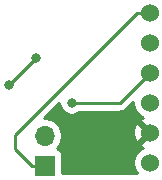
<source format=gbr>
G04 #@! TF.GenerationSoftware,KiCad,Pcbnew,(5.1.5)-3*
G04 #@! TF.CreationDate,2020-12-21T12:20:19+01:00*
G04 #@! TF.ProjectId,epimetheus_bme280,6570696d-6574-4686-9575-735f626d6532,rev?*
G04 #@! TF.SameCoordinates,Original*
G04 #@! TF.FileFunction,Copper,L2,Bot*
G04 #@! TF.FilePolarity,Positive*
%FSLAX46Y46*%
G04 Gerber Fmt 4.6, Leading zero omitted, Abs format (unit mm)*
G04 Created by KiCad (PCBNEW (5.1.5)-3) date 2020-12-21 12:20:19*
%MOMM*%
%LPD*%
G04 APERTURE LIST*
%ADD10O,1.700000X1.700000*%
%ADD11R,1.700000X1.700000*%
%ADD12C,1.524000*%
%ADD13C,0.800000*%
%ADD14C,0.250000*%
%ADD15C,0.254000*%
G04 APERTURE END LIST*
D10*
X170942000Y-35052000D03*
D11*
X170942000Y-37592000D03*
D12*
X179832000Y-24638000D03*
X179832000Y-27178000D03*
X179832000Y-29718000D03*
X179832000Y-32258000D03*
X179832000Y-34798000D03*
X179832000Y-37338000D03*
D13*
X173228000Y-34544000D03*
X173228000Y-32258000D03*
X170180000Y-28448000D03*
X167894000Y-30734000D03*
D14*
X177292000Y-32258000D02*
X179832000Y-29718000D01*
X173228000Y-32258000D02*
X177292000Y-32258000D01*
X167894000Y-30734000D02*
X170180000Y-28448000D01*
X178754370Y-24638000D02*
X179832000Y-24638000D01*
X178754370Y-24638000D02*
X168402000Y-34990370D01*
X169842000Y-37592000D02*
X170942000Y-37592000D01*
X168402000Y-36152000D02*
X169842000Y-37592000D01*
X168402000Y-34990370D02*
X168402000Y-36152000D01*
D15*
G36*
X178435000Y-32395592D02*
G01*
X178488686Y-32665490D01*
X178593995Y-32919727D01*
X178746880Y-33148535D01*
X178941465Y-33343120D01*
X179170273Y-33496005D01*
X179241943Y-33525692D01*
X179228977Y-33530364D01*
X179113020Y-33592344D01*
X179046040Y-33832435D01*
X179832000Y-34618395D01*
X179846143Y-34604253D01*
X180025748Y-34783858D01*
X180011605Y-34798000D01*
X180025748Y-34812143D01*
X179846143Y-34991748D01*
X179832000Y-34977605D01*
X179046040Y-35763565D01*
X179113020Y-36003656D01*
X179248760Y-36067485D01*
X179170273Y-36099995D01*
X178941465Y-36252880D01*
X178746880Y-36447465D01*
X178593995Y-36676273D01*
X178488686Y-36930510D01*
X178435000Y-37200408D01*
X178435000Y-37475592D01*
X178488686Y-37745490D01*
X178593995Y-37999727D01*
X178729150Y-38202000D01*
X172430072Y-38202000D01*
X172430072Y-36742000D01*
X172417812Y-36617518D01*
X172381502Y-36497820D01*
X172322537Y-36387506D01*
X172243185Y-36290815D01*
X172146494Y-36211463D01*
X172036180Y-36152498D01*
X171963620Y-36130487D01*
X172095475Y-35998632D01*
X172257990Y-35755411D01*
X172369932Y-35485158D01*
X172427000Y-35198260D01*
X172427000Y-34905740D01*
X172419895Y-34870017D01*
X178430090Y-34870017D01*
X178471078Y-35142133D01*
X178564364Y-35401023D01*
X178626344Y-35516980D01*
X178866435Y-35583960D01*
X179652395Y-34798000D01*
X178866435Y-34012040D01*
X178626344Y-34079020D01*
X178509244Y-34328048D01*
X178442977Y-34595135D01*
X178430090Y-34870017D01*
X172419895Y-34870017D01*
X172369932Y-34618842D01*
X172257990Y-34348589D01*
X172095475Y-34105368D01*
X171888632Y-33898525D01*
X171645411Y-33736010D01*
X171375158Y-33624068D01*
X171088260Y-33567000D01*
X170900171Y-33567000D01*
X172193000Y-32274171D01*
X172193000Y-32359939D01*
X172232774Y-32559898D01*
X172310795Y-32748256D01*
X172424063Y-32917774D01*
X172568226Y-33061937D01*
X172737744Y-33175205D01*
X172926102Y-33253226D01*
X173126061Y-33293000D01*
X173329939Y-33293000D01*
X173529898Y-33253226D01*
X173718256Y-33175205D01*
X173887774Y-33061937D01*
X173931711Y-33018000D01*
X177254678Y-33018000D01*
X177292000Y-33021676D01*
X177329322Y-33018000D01*
X177329333Y-33018000D01*
X177440986Y-33007003D01*
X177584247Y-32963546D01*
X177716276Y-32892974D01*
X177832001Y-32798001D01*
X177855804Y-32768997D01*
X178435000Y-32189801D01*
X178435000Y-32395592D01*
G37*
X178435000Y-32395592D02*
X178488686Y-32665490D01*
X178593995Y-32919727D01*
X178746880Y-33148535D01*
X178941465Y-33343120D01*
X179170273Y-33496005D01*
X179241943Y-33525692D01*
X179228977Y-33530364D01*
X179113020Y-33592344D01*
X179046040Y-33832435D01*
X179832000Y-34618395D01*
X179846143Y-34604253D01*
X180025748Y-34783858D01*
X180011605Y-34798000D01*
X180025748Y-34812143D01*
X179846143Y-34991748D01*
X179832000Y-34977605D01*
X179046040Y-35763565D01*
X179113020Y-36003656D01*
X179248760Y-36067485D01*
X179170273Y-36099995D01*
X178941465Y-36252880D01*
X178746880Y-36447465D01*
X178593995Y-36676273D01*
X178488686Y-36930510D01*
X178435000Y-37200408D01*
X178435000Y-37475592D01*
X178488686Y-37745490D01*
X178593995Y-37999727D01*
X178729150Y-38202000D01*
X172430072Y-38202000D01*
X172430072Y-36742000D01*
X172417812Y-36617518D01*
X172381502Y-36497820D01*
X172322537Y-36387506D01*
X172243185Y-36290815D01*
X172146494Y-36211463D01*
X172036180Y-36152498D01*
X171963620Y-36130487D01*
X172095475Y-35998632D01*
X172257990Y-35755411D01*
X172369932Y-35485158D01*
X172427000Y-35198260D01*
X172427000Y-34905740D01*
X172419895Y-34870017D01*
X178430090Y-34870017D01*
X178471078Y-35142133D01*
X178564364Y-35401023D01*
X178626344Y-35516980D01*
X178866435Y-35583960D01*
X179652395Y-34798000D01*
X178866435Y-34012040D01*
X178626344Y-34079020D01*
X178509244Y-34328048D01*
X178442977Y-34595135D01*
X178430090Y-34870017D01*
X172419895Y-34870017D01*
X172369932Y-34618842D01*
X172257990Y-34348589D01*
X172095475Y-34105368D01*
X171888632Y-33898525D01*
X171645411Y-33736010D01*
X171375158Y-33624068D01*
X171088260Y-33567000D01*
X170900171Y-33567000D01*
X172193000Y-32274171D01*
X172193000Y-32359939D01*
X172232774Y-32559898D01*
X172310795Y-32748256D01*
X172424063Y-32917774D01*
X172568226Y-33061937D01*
X172737744Y-33175205D01*
X172926102Y-33253226D01*
X173126061Y-33293000D01*
X173329939Y-33293000D01*
X173529898Y-33253226D01*
X173718256Y-33175205D01*
X173887774Y-33061937D01*
X173931711Y-33018000D01*
X177254678Y-33018000D01*
X177292000Y-33021676D01*
X177329322Y-33018000D01*
X177329333Y-33018000D01*
X177440986Y-33007003D01*
X177584247Y-32963546D01*
X177716276Y-32892974D01*
X177832001Y-32798001D01*
X177855804Y-32768997D01*
X178435000Y-32189801D01*
X178435000Y-32395592D01*
M02*

</source>
